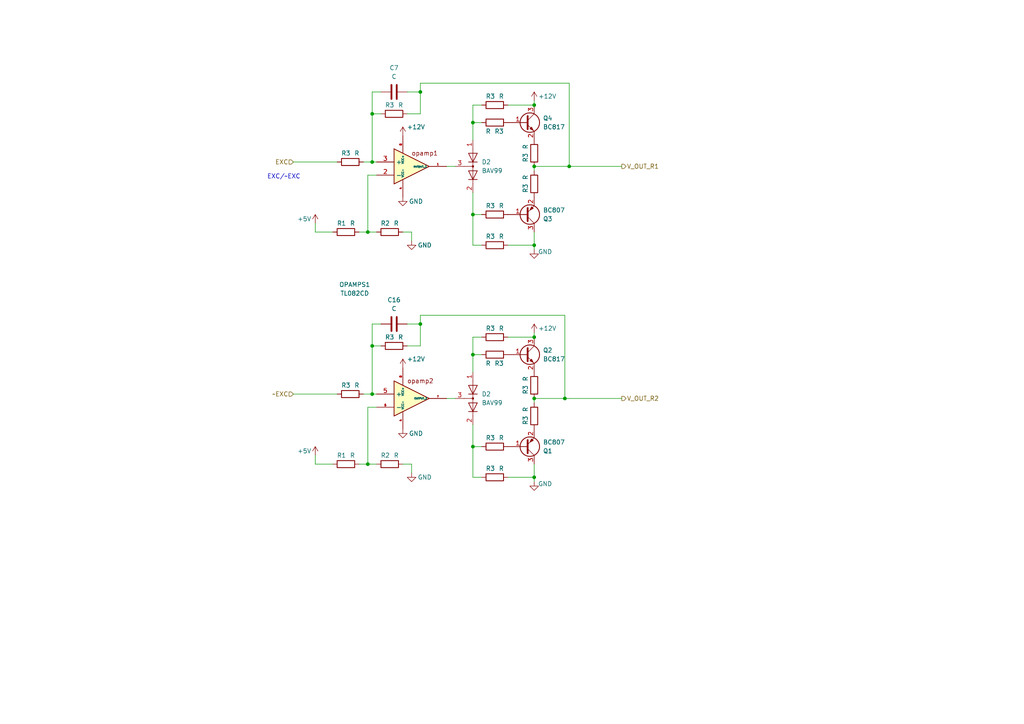
<source format=kicad_sch>
(kicad_sch (version 20230121) (generator eeschema)
  (paper "A4")
  (lib_symbols
    (symbol "Device:C" (pin_numbers hide) (pin_names (offset 0.254))
      (property "Reference" "C" (at 0.635 2.54 0))
      (property "Value" "C" (at 0.635 -2.54 0))
      (symbol "C_0_1"
        (polyline (pts (xy -2.032 -0.762) (xy 2.032 -0.762)) (stroke (width 0.508)))
        (polyline (pts (xy -2.032 0.762) (xy 2.032 0.762)) (stroke (width 0.508)))
      )
      (symbol "C_1_1"
        (pin passive line (at 0 3.81 270) (length 2.794) (name "~") (number "1"))
        (pin passive line (at 0 -3.81 90) (length 2.794) (name "~") (number "2"))
      )
    )
    (symbol "Device:R" (pin_numbers hide) (pin_names (offset 0))
      (property "Reference" "R" (at 2.032 0 90))
      (property "Value" "R" (at 0 0 90))
      (symbol "R_0_1"
        (rectangle (start -1.016 -2.54) (end 1.016 2.54) (stroke (width 0.254)))
      )
      (symbol "R_1_1"
        (pin passive line (at 0 3.81 270) (length 1.27) (name "~") (number "1"))
        (pin passive line (at 0 -3.81 90) (length 1.27) (name "~") (number "2"))
      )
    )
    (symbol "Diode:BAV99" (pin_names hide)
      (property "Reference" "D" (at 0 5.08 0))
      (property "Value" "BAV99" (at 0 2.54 0))
      (symbol "BAV99_0_1"
        (polyline (pts (xy -5.08 0) (xy 5.08 0)))
      )
      (symbol "BAV99_1_1"
        (polyline (pts (xy 0 0) (xy 0 -2.54)))
        (polyline (pts (xy -1.27 -1.27) (xy -1.27 1.27) (xy -1.27 1.27)) (stroke (width 0.2032)))
        (polyline (pts (xy 3.81 1.27) (xy 3.81 -1.27) (xy 3.81 -1.27)) (stroke (width 0.2032)))
        (polyline (pts (xy -3.81 1.27) (xy -1.27 0) (xy -3.81 -1.27) (xy -3.81 1.27) (xy -3.81 1.27) (xy -3.81 1.27)) (stroke (width 0.2032)))
        (polyline (pts (xy 1.27 1.27) (xy 3.81 0) (xy 1.27 -1.27) (xy 1.27 1.27) (xy 1.27 1.27) (xy 1.27 1.27)) (stroke (width 0.2032)))
        (circle (center 0 0) (radius 0.254) (fill (type outline)))
        (pin passive line (at -7.62 0 0) (length 2.54) (name "K") (number "1"))
        (pin passive line (at 7.62 0 180) (length 2.54) (name "A") (number "2"))
        (pin passive line (at 0 -5.08 90) (length 2.54) (name "K") (number "3"))
      )
    )
    (symbol "TL082CD:TL082CD"
      (property "Reference" "OPAMPS" (at 13.97 63.5 0))
      (property "Value" "TL082CD" (at 13.97 60.96 0))
      (symbol "TL082CD_0_1"
        (polyline (pts (xy 11.43 -26.67) (xy 21.59 -31.75) (xy 11.43 -36.83) (xy 11.43 -26.67)) (stroke (width 0.254)) (fill (type background)))
        (polyline (pts (xy 11.43 40.64) (xy 21.59 35.56) (xy 11.43 30.48) (xy 11.43 40.64)) (stroke (width 0.254)) (fill (type background)))
      )
      (symbol "TL082CD_1_1"
        (text "opamp1\n" (at 20.32 39.37 0) (effects (font (size 1.27 1.27))))
        (text "opamp2\n" (at 19.05 -26.67 0) (effects (font (size 1.27 1.27))))
        (pin passive line (at 26.67 35.56 180) (length 5.08) (name "output_1") (number "1"))
        (pin passive line (at 6.35 33.02 0) (length 5.08) (name "-") (number "2"))
        (pin passive line (at 6.35 36.83 0) (length 5.08) (name "+") (number "3"))
        (pin passive line (at 13.97 -40.64 90) (length 5.08) (name "VCC-") (number "4"))
        (pin passive line (at 13.97 26.67 90) (length 5.08) (name "VCC-") (number "4"))
        (pin passive line (at 6.35 -30.48 0) (length 5.08) (name "+") (number "5"))
        (pin passive line (at 6.35 -34.29 0) (length 5.08) (name "-") (number "6"))
        (pin passive line (at 26.67 -31.75 180) (length 5.08) (name "OUTPUT_2") (number "7"))
        (pin passive line (at 13.97 -22.86 270) (length 5.08) (name "VCC+") (number "8"))
        (pin passive line (at 13.97 44.45 270) (length 5.08) (name "VCC+") (number "8"))
      )
    )
    (symbol "Transistor_BJT:BC807" (pin_names (offset 0) hide)
      (property "Reference" "Q" (at 5.08 1.905 0))
      (property "Value" "BC807" (at 5.08 0 0))
      (symbol "BC807_0_1"
        (polyline (pts (xy 0.635 0.635) (xy 2.54 2.54)))
        (polyline (pts (xy 0.635 -0.635) (xy 2.54 -2.54) (xy 2.54 -2.54)))
        (polyline (pts (xy 0.635 1.905) (xy 0.635 -1.905) (xy 0.635 -1.905)) (stroke (width 0.508)))
        (polyline (pts (xy 2.286 -1.778) (xy 1.778 -2.286) (xy 1.27 -1.27) (xy 2.286 -1.778) (xy 2.286 -1.778)) (fill (type outline)))
        (circle (center 1.27 0) (radius 2.8194) (stroke (width 0.254)))
      )
      (symbol "BC807_1_1"
        (pin input line (at -5.08 0 0) (length 5.715) (name "B") (number "1"))
        (pin passive line (at 2.54 -5.08 90) (length 2.54) (name "E") (number "2"))
        (pin passive line (at 2.54 5.08 270) (length 2.54) (name "C") (number "3"))
      )
    )
    (symbol "Transistor_BJT:BC817" (pin_names (offset 0) hide)
      (property "Reference" "Q" (at 5.08 1.905 0))
      (property "Value" "BC817" (at 5.08 0 0))
      (symbol "BC817_0_1"
        (polyline (pts (xy 0.635 0.635) (xy 2.54 2.54)))
        (polyline (pts (xy 0.635 -0.635) (xy 2.54 -2.54) (xy 2.54 -2.54)))
        (polyline (pts (xy 0.635 1.905) (xy 0.635 -1.905) (xy 0.635 -1.905)) (stroke (width 0.508)))
        (polyline (pts (xy 1.27 -1.778) (xy 1.778 -1.27) (xy 2.286 -2.286) (xy 1.27 -1.778) (xy 1.27 -1.778)) (fill (type outline)))
        (circle (center 1.27 0) (radius 2.8194) (stroke (width 0.254)))
      )
      (symbol "BC817_1_1"
        (pin input line (at -5.08 0 0) (length 5.715) (name "B") (number "1"))
        (pin passive line (at 2.54 -5.08 90) (length 2.54) (name "E") (number "2"))
        (pin passive line (at 2.54 5.08 270) (length 2.54) (name "C") (number "3"))
      )
    )
    (symbol "power:+12V" (power) (pin_names (offset 0))
      (property "Value" "+12V" (at 0 3.556 0))
      (symbol "+12V_0_1"
        (polyline (pts (xy -0.762 1.27) (xy 0 2.54)))
        (polyline (pts (xy 0 0) (xy 0 2.54)))
        (polyline (pts (xy 0 2.54) (xy 0.762 1.27)))
      )
      (symbol "+12V_1_1"
        (pin power_in line (at 0 0 90) (length 0) hide (name "+12V") (number "1"))
      )
    )
    (symbol "power:+5V" (power) (pin_names (offset 0))
      (property "Value" "+5V" (at 0 3.556 0))
      (symbol "+5V_0_1"
        (polyline (pts (xy -0.762 1.27) (xy 0 2.54)))
        (polyline (pts (xy 0 0) (xy 0 2.54)))
        (polyline (pts (xy 0 2.54) (xy 0.762 1.27)))
      )
      (symbol "+5V_1_1"
        (pin power_in line (at 0 0 90) (length 0) hide (name "+5V") (number "1"))
      )
    )
    (symbol "power:GND" (power) (pin_names (offset 0))
      (property "Value" "GND" (at 0 -3.81 0))
      (symbol "GND_0_1"
        (polyline (pts (xy 0 0) (xy 0 -1.27) (xy 1.27 -1.27) (xy 0 -2.54) (xy -1.27 -1.27) (xy 0 -1.27)))
      )
      (symbol "GND_1_1"
        (pin power_in line (at 0 0 270) (length 0) hide (name "GND") (number "1"))
      )
    )
  )
  (junction (at 121.92 26.67))
  (junction (at 165.1 48.26))
  (junction (at 154.94 138.43))
  (junction (at 107.95 33.02))
  (junction (at 154.94 71.12))
  (junction (at 107.95 46.99))
  (junction (at 137.16 129.54))
  (junction (at 121.92 93.98))
  (junction (at 106.68 67.31))
  (junction (at 137.16 35.56))
  (junction (at 163.83 115.57))
  (junction (at 106.68 134.62))
  (junction (at 154.94 115.57))
  (junction (at 137.16 62.23))
  (junction (at 107.95 100.33))
  (junction (at 107.95 114.3))
  (junction (at 137.16 102.87))
  (junction (at 154.94 48.26))
  (junction (at 154.94 97.79))
  (junction (at 154.94 30.48))
  (wire (pts (xy 107.95 100.33) (xy 107.95 114.3)))
  (wire (pts (xy 118.11 26.67) (xy 121.92 26.67)))
  (wire (pts (xy 118.11 100.33) (xy 121.92 100.33)))
  (wire (pts (xy 96.52 67.31) (xy 91.44 67.31)))
  (wire (pts (xy 165.1 48.26) (xy 180.34 48.26)))
  (wire (pts (xy 137.16 102.87) (xy 137.16 107.95)))
  (wire (pts (xy 121.92 26.67) (xy 121.92 33.02)))
  (wire (pts (xy 104.14 67.31) (xy 106.68 67.31)))
  (wire (pts (xy 147.32 30.48) (xy 154.94 30.48)))
  (wire (pts (xy 163.83 115.57) (xy 180.34 115.57)))
  (wire (pts (xy 118.11 93.98) (xy 121.92 93.98)))
  (wire (pts (xy 91.44 132.08) (xy 91.44 134.62)))
  (wire (pts (xy 139.7 102.87) (xy 137.16 102.87)))
  (wire (pts (xy 137.16 97.79) (xy 137.16 102.87)))
  (wire (pts (xy 104.14 134.62) (xy 106.68 134.62)))
  (wire (pts (xy 107.95 46.99) (xy 109.22 46.99)))
  (wire (pts (xy 85.09 46.99) (xy 97.79 46.99)))
  (wire (pts (xy 110.49 100.33) (xy 107.95 100.33)))
  (wire (pts (xy 154.94 138.43) (xy 154.94 139.7)))
  (wire (pts (xy 106.68 50.8) (xy 106.68 67.31)))
  (wire (pts (xy 109.22 50.8) (xy 106.68 50.8)))
  (wire (pts (xy 121.92 24.13) (xy 165.1 24.13)))
  (wire (pts (xy 107.95 93.98) (xy 107.95 100.33)))
  (wire (pts (xy 105.41 114.3) (xy 107.95 114.3)))
  (wire (pts (xy 154.94 71.12) (xy 154.94 72.39)))
  (wire (pts (xy 139.7 35.56) (xy 137.16 35.56)))
  (wire (pts (xy 154.94 134.62) (xy 154.94 138.43)))
  (wire (pts (xy 154.94 67.31) (xy 154.94 71.12)))
  (wire (pts (xy 137.16 97.79) (xy 139.7 97.79)))
  (wire (pts (xy 119.38 69.85) (xy 119.38 67.31)))
  (wire (pts (xy 139.7 62.23) (xy 137.16 62.23)))
  (wire (pts (xy 154.94 48.26) (xy 165.1 48.26)))
  (wire (pts (xy 110.49 33.02) (xy 107.95 33.02)))
  (wire (pts (xy 137.16 30.48) (xy 139.7 30.48)))
  (wire (pts (xy 91.44 64.77) (xy 91.44 67.31)))
  (wire (pts (xy 110.49 93.98) (xy 107.95 93.98)))
  (wire (pts (xy 163.83 91.44) (xy 163.83 115.57)))
  (wire (pts (xy 96.52 134.62) (xy 91.44 134.62)))
  (wire (pts (xy 121.92 91.44) (xy 163.83 91.44)))
  (wire (pts (xy 139.7 71.12) (xy 137.16 71.12)))
  (wire (pts (xy 154.94 115.57) (xy 154.94 116.84)))
  (wire (pts (xy 137.16 71.12) (xy 137.16 62.23)))
  (wire (pts (xy 119.38 134.62) (xy 116.84 134.62)))
  (wire (pts (xy 85.09 114.3) (xy 97.79 114.3)))
  (wire (pts (xy 139.7 138.43) (xy 137.16 138.43)))
  (wire (pts (xy 154.94 115.57) (xy 163.83 115.57)))
  (wire (pts (xy 119.38 67.31) (xy 116.84 67.31)))
  (wire (pts (xy 147.32 97.79) (xy 154.94 97.79)))
  (wire (pts (xy 129.54 48.26) (xy 132.08 48.26)))
  (wire (pts (xy 106.68 118.11) (xy 106.68 134.62)))
  (wire (pts (xy 118.11 33.02) (xy 121.92 33.02)))
  (wire (pts (xy 139.7 129.54) (xy 137.16 129.54)))
  (wire (pts (xy 107.95 114.3) (xy 109.22 114.3)))
  (wire (pts (xy 121.92 93.98) (xy 121.92 100.33)))
  (wire (pts (xy 165.1 24.13) (xy 165.1 48.26)))
  (wire (pts (xy 154.94 138.43) (xy 147.32 138.43)))
  (wire (pts (xy 121.92 26.67) (xy 121.92 24.13)))
  (wire (pts (xy 137.16 30.48) (xy 137.16 35.56)))
  (wire (pts (xy 137.16 123.19) (xy 137.16 129.54)))
  (wire (pts (xy 129.54 115.57) (xy 132.08 115.57)))
  (wire (pts (xy 154.94 29.21) (xy 154.94 30.48)))
  (wire (pts (xy 107.95 26.67) (xy 107.95 33.02)))
  (wire (pts (xy 107.95 33.02) (xy 107.95 46.99)))
  (wire (pts (xy 121.92 93.98) (xy 121.92 91.44)))
  (wire (pts (xy 110.49 26.67) (xy 107.95 26.67)))
  (wire (pts (xy 106.68 134.62) (xy 109.22 134.62)))
  (wire (pts (xy 154.94 96.52) (xy 154.94 97.79)))
  (wire (pts (xy 137.16 55.88) (xy 137.16 62.23)))
  (wire (pts (xy 154.94 71.12) (xy 147.32 71.12)))
  (wire (pts (xy 119.38 137.16) (xy 119.38 134.62)))
  (wire (pts (xy 109.22 118.11) (xy 106.68 118.11)))
  (wire (pts (xy 106.68 67.31) (xy 109.22 67.31)))
  (wire (pts (xy 105.41 46.99) (xy 107.95 46.99)))
  (wire (pts (xy 137.16 35.56) (xy 137.16 40.64)))
  (wire (pts (xy 137.16 138.43) (xy 137.16 129.54)))
  (wire (pts (xy 154.94 48.26) (xy 154.94 49.53)))
  (text "EXC/~EXC" (at 77.47 52.07 0) (effects (font (size 1.27 1.27)) (justify left bottom)))
  (hierarchical_label "V_OUT_R2" (shape output) (at 180.34 115.57 0))
  (hierarchical_label "EXC" (shape input) (at 85.09 46.99 180))
  (hierarchical_label "~EXC" (shape input) (at 85.09 114.3 180))
  (hierarchical_label "V_OUT_R1" (shape output) (at 180.34 48.26 0))
  (symbol (lib_id "TL082CD:TL082CD") (at 102.87 83.82 0) (unit 1)
    (property "Reference" "OPAMPS1" (at 102.87 82.55 0))
    (property "Value" "TL082CD" (at 102.87 85.09 0))
    (property "Footprint" "SOIC127P600X175-8N" (effects hide))
    (property "Datasheet" "http://www.st.com/st-web-ui/static/active/en/resource/technical/document/datasheet/CD00000492.pdf" (effects hide))
    (property "Height" "1.75" (effects hide))
    (property "Manufacturer_Name" "STMicroelectronics" (effects hide))
    (property "Manufacturer_Part_Number" "TL082CD" (effects hide))
  )
  (symbol (lib_id "Device:R") (at 143.51 35.56 270) (unit 1)
    (property "Reference" "R3" (at 144.78 38.1 90))
    (property "Value" "R" (at 141.605 38.1 90))
    (property "Footprint" "Resistor_SMD:R_0603_1608Metric" (effects hide))
    (instances (project "main" (path "" (reference "R3") (unit 1)) (path "" (reference "R5") (unit 1))))
  )
  (symbol (lib_id "Device:R") (at 143.51 138.43 90) (unit 1)
    (property "Reference" "R3" (at 142.24 135.89 90))
    (property "Value" "R" (at 145.415 135.89 90))
    (property "Footprint" "Resistor_SMD:R_0603_1608Metric" (effects hide))
    (instances (project "main" (path "" (reference "R3") (unit 1)) (path "" (reference "R28") (unit 1))))
  )
  (symbol (lib_id "power:GND") (at 119.38 69.85 0) (unit 1)
    (property "Reference" "#PWR07" (effects hide))
    (property "Value" "GND" (at 123.19 71.12 0))
    (instances (project "main" (path "" (reference "#PWR07") (unit 1)) (path "" (reference "#PWR08") (unit 1))))
  )
  (symbol (lib_id "Device:R") (at 143.51 129.54 90) (unit 1)
    (property "Reference" "R3" (at 142.24 127 90))
    (property "Value" "R" (at 145.415 127 90))
    (property "Footprint" "Resistor_SMD:R_0603_1608Metric" (effects hide))
    (instances (project "main" (path "" (reference "R3") (unit 1)) (path "" (reference "R27") (unit 1))))
  )
  (symbol (lib_id "Device:R") (at 143.51 30.48 90) (unit 1)
    (property "Reference" "R3" (at 142.24 27.94 90))
    (property "Value" "R" (at 145.415 27.94 90))
    (property "Footprint" "Resistor_SMD:R_0603_1608Metric" (effects hide))
    (instances (project "main" (path "" (reference "R3") (unit 1)) (path "" (reference "R8") (unit 1))))
  )
  (symbol (lib_id "Device:R") (at 101.6 114.3 90) (unit 1)
    (property "Reference" "R3" (at 100.33 111.76 90))
    (property "Value" "R" (at 103.505 111.76 90))
    (property "Footprint" "Resistor_SMD:R_0603_1608Metric" (effects hide))
    (instances (project "main" (path "" (reference "R3") (unit 1)) (path "" (reference "R22") (unit 1))))
  )
  (symbol (lib_id "Device:R") (at 113.03 134.62 90) (unit 1)
    (property "Reference" "R2" (at 111.76 132.08 90))
    (property "Value" "R" (at 114.935 132.08 90))
    (property "Footprint" "Resistor_SMD:R_0603_1608Metric" (effects hide))
    (instances (project "main" (path "" (reference "R2") (unit 1)) (path "" (reference "R23") (unit 1))))
  )
  (symbol (lib_id "Device:R") (at 143.51 62.23 90) (unit 1)
    (property "Reference" "R3" (at 142.24 59.69 90))
    (property "Value" "R" (at 145.415 59.69 90))
    (property "Footprint" "Resistor_SMD:R_0603_1608Metric" (effects hide))
    (instances (project "main" (path "" (reference "R3") (unit 1)) (path "" (reference "R6") (unit 1))))
  )
  (symbol (lib_id "Device:R") (at 113.03 67.31 90) (unit 1)
    (property "Reference" "R2" (at 111.76 64.77 90))
    (property "Value" "R" (at 114.935 64.77 90))
    (property "Footprint" "Resistor_SMD:R_0603_1608Metric" (effects hide))
    (instances (project "main" (path "" (reference "R2") (unit 1)) (path "" (reference "R3") (unit 1))))
  )
  (symbol (lib_id "power:+12V") (at 116.84 106.68 0) (unit 1)
    (property "Reference" "#PWR06" (effects hide))
    (property "Value" "+12V" (at 120.65 104.14 0))
    (instances (project "main" (path "" (reference "#PWR06") (unit 1)) (path "" (reference "#PWR024") (unit 1))))
  )
  (symbol (lib_id "Device:R") (at 114.3 33.02 90) (unit 1)
    (property "Reference" "R3" (at 113.03 30.48 90))
    (property "Value" "R" (at 116.205 30.48 90))
    (property "Footprint" "Resistor_SMD:R_0603_1608Metric" (effects hide))
    (instances (project "main" (path "" (reference "R3") (unit 1)) (path "" (reference "R4") (unit 1))))
  )
  (symbol (lib_id "Device:R") (at 101.6 46.99 90) (unit 1)
    (property "Reference" "R3" (at 100.33 44.45 90))
    (property "Value" "R" (at 103.505 44.45 90))
    (property "Footprint" "Resistor_SMD:R_0603_1608Metric" (effects hide))
    (instances (project "main" (path "" (reference "R3") (unit 1)) (path "" (reference "R2") (unit 1))))
  )
  (symbol (lib_id "Device:R") (at 154.94 53.34 180) (unit 1)
    (property "Reference" "R3" (at 152.4 54.61 90))
    (property "Value" "R" (at 152.4 51.435 90))
    (property "Footprint" "Resistor_SMD:R_0603_1608Metric" (effects hide))
    (instances (project "main" (path "" (reference "R3") (unit 1)) (path "" (reference "R9") (unit 1))))
  )
  (symbol (lib_id "power:GND") (at 116.84 57.15 0) (unit 1)
    (property "Reference" "#PWR05" (effects hide))
    (property "Value" "GND" (at 120.65 58.42 0))
    (instances (project "main" (path "" (reference "#PWR05") (unit 1)) (path "" (reference "#PWR07") (unit 1))))
  )
  (symbol (lib_id "Transistor_BJT:BC817") (at 152.4 102.87 0) (unit 1)
    (property "Reference" "Q2" (at 157.48 101.6 0) (effects (justify left)))
    (property "Value" "BC817" (at 157.48 104.14 0) (effects (justify left)))
    (property "Footprint" "Package_TO_SOT_SMD:SOT-23" (effects hide))
    (property "Datasheet" "https://www.onsemi.com/pub/Collateral/BC818-D.pdf" (effects hide))
  )
  (symbol (lib_id "Transistor_BJT:BC817") (at 152.4 35.56 0) (unit 1)
    (property "Reference" "Q4" (at 157.48 34.29 0) (effects (justify left)))
    (property "Value" "BC817" (at 157.48 36.83 0) (effects (justify left)))
    (property "Footprint" "Package_TO_SOT_SMD:SOT-23" (effects hide))
    (property "Datasheet" "https://www.onsemi.com/pub/Collateral/BC818-D.pdf" (effects hide))
  )
  (symbol (lib_id "Transistor_BJT:BC807") (at 152.4 129.54 0) (mirror x) (unit 1)
    (property "Reference" "Q1" (at 157.48 130.81 0) (effects (justify left)))
    (property "Value" "BC807" (at 157.48 128.27 0) (effects (justify left)))
    (property "Footprint" "Package_TO_SOT_SMD:SOT-23" (effects hide))
    (property "Datasheet" "https://www.onsemi.com/pub/Collateral/BC808-D.pdf" (effects hide))
  )
  (symbol (lib_id "Device:R") (at 154.94 120.65 180) (unit 1)
    (property "Reference" "R3" (at 152.4 121.92 90))
    (property "Value" "R" (at 152.4 118.745 90))
    (property "Footprint" "Resistor_SMD:R_0603_1608Metric" (effects hide))
    (instances (project "main" (path "" (reference "R3") (unit 1)) (path "" (reference "R30") (unit 1))))
  )
  (symbol (lib_id "Device:R") (at 154.94 111.76 180) (unit 1)
    (property "Reference" "R3" (at 152.4 113.03 90))
    (property "Value" "R" (at 152.4 109.855 90))
    (property "Footprint" "Resistor_SMD:R_0603_1608Metric" (effects hide))
    (instances (project "main" (path "" (reference "R3") (unit 1)) (path "" (reference "R29") (unit 1))))
  )
  (symbol (lib_id "power:+12V") (at 116.84 39.37 0) (unit 1)
    (property "Reference" "#PWR06" (effects hide))
    (property "Value" "+12V" (at 120.65 36.83 0))
  )
  (symbol (lib_id "Device:C") (at 114.3 26.67 90) (unit 1)
    (property "Reference" "C7" (at 114.3 19.685 90))
    (property "Value" "C" (at 114.3 22.225 90))
    (property "Footprint" "Capacitor_SMD:C_0603_1608Metric" (effects hide))
  )
  (symbol (lib_id "power:+5V") (at 91.44 64.77 0) (unit 1)
    (property "Reference" "#PWR08" (effects hide))
    (property "Value" "+5V" (at 88.265 63.5 0))
    (instances (project "main" (path "" (reference "#PWR08") (unit 1)) (path "" (reference "#PWR05") (unit 1))))
  )
  (symbol (lib_id "Device:R") (at 100.33 67.31 90) (unit 1)
    (property "Reference" "R1" (at 99.06 64.77 90))
    (property "Value" "R" (at 102.235 64.77 90))
    (property "Footprint" "Resistor_SMD:R_0603_1608Metric" (effects hide))
  )
  (symbol (lib_id "power:+12V") (at 154.94 29.21 0) (unit 1)
    (property "Reference" "#PWR06" (effects hide))
    (property "Value" "+12V" (at 158.75 27.94 0))
    (instances (project "main" (path "" (reference "#PWR06") (unit 1)) (path "" (reference "#PWR010") (unit 1))))
  )
  (symbol (lib_id "Device:R") (at 114.3 100.33 90) (unit 1)
    (property "Reference" "R3" (at 113.03 97.79 90))
    (property "Value" "R" (at 116.205 97.79 90))
    (property "Footprint" "Resistor_SMD:R_0603_1608Metric" (effects hide))
    (instances (project "main" (path "" (reference "R3") (unit 1)) (path "" (reference "R24") (unit 1))))
  )
  (symbol (lib_id "Diode:BAV99") (at 137.16 48.26 270) (unit 1)
    (property "Reference" "D2" (at 139.7 46.99 90) (effects (justify left)))
    (property "Value" "BAV99" (at 139.7 49.53 90) (effects (justify left)))
    (property "Footprint" "Package_TO_SOT_SMD:SOT-23" (effects hide))
    (property "Datasheet" "https://assets.nexperia.com/documents/data-sheet/BAV99_SER.pdf" (effects hide))
  )
  (symbol (lib_id "power:+5V") (at 91.44 132.08 0) (unit 1)
    (property "Reference" "#PWR08" (effects hide))
    (property "Value" "+5V" (at 88.265 130.81 0))
    (instances (project "main" (path "" (reference "#PWR08") (unit 1)) (path "" (reference "#PWR023") (unit 1))))
  )
  (symbol (lib_id "Device:R") (at 143.51 71.12 90) (unit 1)
    (property "Reference" "R3" (at 142.24 68.58 90))
    (property "Value" "R" (at 145.415 68.58 90))
    (property "Footprint" "Resistor_SMD:R_0603_1608Metric" (effects hide))
    (instances (project "main" (path "" (reference "R3") (unit 1)) (path "" (reference "R7") (unit 1))))
  )
  (symbol (lib_id "Device:R") (at 154.94 44.45 180) (unit 1)
    (property "Reference" "R3" (at 152.4 45.72 90))
    (property "Value" "R" (at 152.4 42.545 90))
    (property "Footprint" "Resistor_SMD:R_0603_1608Metric" (effects hide))
    (instances (project "main" (path "" (reference "R3") (unit 1)) (path "" (reference "R10") (unit 1))))
  )
  (symbol (lib_id "Diode:BAV99") (at 137.16 115.57 270) (unit 1)
    (property "Reference" "D2" (at 139.7 114.3 90) (effects (justify left)))
    (property "Value" "BAV99" (at 139.7 116.84 90) (effects (justify left)))
    (property "Footprint" "Package_TO_SOT_SMD:SOT-23" (effects hide))
    (property "Datasheet" "https://assets.nexperia.com/documents/data-sheet/BAV99_SER.pdf" (effects hide))
    (instances (project "main" (path "" (reference "D2") (unit 1)) (path "" (reference "D1") (unit 1))))
  )
  (symbol (lib_id "Device:R") (at 100.33 134.62 90) (unit 1)
    (property "Reference" "R1" (at 99.06 132.08 90))
    (property "Value" "R" (at 102.235 132.08 90))
    (property "Footprint" "Resistor_SMD:R_0603_1608Metric" (effects hide))
    (instances (project "main" (path "" (reference "R1") (unit 1)) (path "" (reference "R21") (unit 1))))
  )
  (symbol (lib_id "power:+12V") (at 154.94 96.52 0) (unit 1)
    (property "Reference" "#PWR06" (effects hide))
    (property "Value" "+12V" (at 158.75 95.25 0))
    (instances (project "main" (path "" (reference "#PWR06") (unit 1)) (path "" (reference "#PWR027") (unit 1))))
  )
  (symbol (lib_id "Device:R") (at 143.51 97.79 90) (unit 1)
    (property "Reference" "R3" (at 142.24 95.25 90))
    (property "Value" "R" (at 145.415 95.25 90))
    (property "Footprint" "Resistor_SMD:R_0603_1608Metric" (effects hide))
    (instances (project "main" (path "" (reference "R3") (unit 1)) (path "" (reference "R25") (unit 1))))
  )
  (symbol (lib_id "power:GND") (at 119.38 137.16 0) (unit 1)
    (property "Reference" "#PWR07" (effects hide))
    (property "Value" "GND" (at 123.19 138.43 0))
    (instances (project "main" (path "" (reference "#PWR07") (unit 1)) (path "" (reference "#PWR026") (unit 1))))
  )
  (symbol (lib_id "Device:C") (at 114.3 93.98 90) (unit 1)
    (property "Reference" "C16" (at 114.3 86.995 90))
    (property "Value" "C" (at 114.3 89.535 90))
    (property "Footprint" "Capacitor_SMD:C_0603_1608Metric" (effects hide))
  )
  (symbol (lib_id "Device:R") (at 143.51 102.87 270) (unit 1)
    (property "Reference" "R3" (at 144.78 105.41 90))
    (property "Value" "R" (at 141.605 105.41 90))
    (property "Footprint" "Resistor_SMD:R_0603_1608Metric" (effects hide))
    (instances (project "main" (path "" (reference "R3") (unit 1)) (path "" (reference "R26") (unit 1))))
  )
  (symbol (lib_id "power:GND") (at 154.94 139.7 0) (unit 1)
    (property "Reference" "#PWR07" (effects hide))
    (property "Value" "GND" (at 158.115 140.335 0))
    (instances (project "main" (path "" (reference "#PWR07") (unit 1)) (path "" (reference "#PWR028") (unit 1))))
  )
  (symbol (lib_id "power:GND") (at 154.94 72.39 0) (unit 1)
    (property "Reference" "#PWR07" (effects hide))
    (property "Value" "GND" (at 158.115 73.025 0))
    (instances (project "main" (path "" (reference "#PWR07") (unit 1)) (path "" (reference "#PWR09") (unit 1))))
  )
  (symbol (lib_id "power:GND") (at 116.84 124.46 0) (unit 1)
    (property "Reference" "#PWR05" (effects hide))
    (property "Value" "GND" (at 120.65 125.73 0))
    (instances (project "main" (path "" (reference "#PWR05") (unit 1)) (path "" (reference "#PWR025") (unit 1))))
  )
  (symbol (lib_id "Transistor_BJT:BC807") (at 152.4 62.23 0) (mirror x) (unit 1)
    (property "Reference" "Q3" (at 157.48 63.5 0) (effects (justify left)))
    (property "Value" "BC807" (at 157.48 60.96 0) (effects (justify left)))
    (property "Footprint" "Package_TO_SOT_SMD:SOT-23" (effects hide))
    (property "Datasheet" "https://www.onsemi.com/pub/Collateral/BC808-D.pdf" (effects hide))
  )
)
</source>
